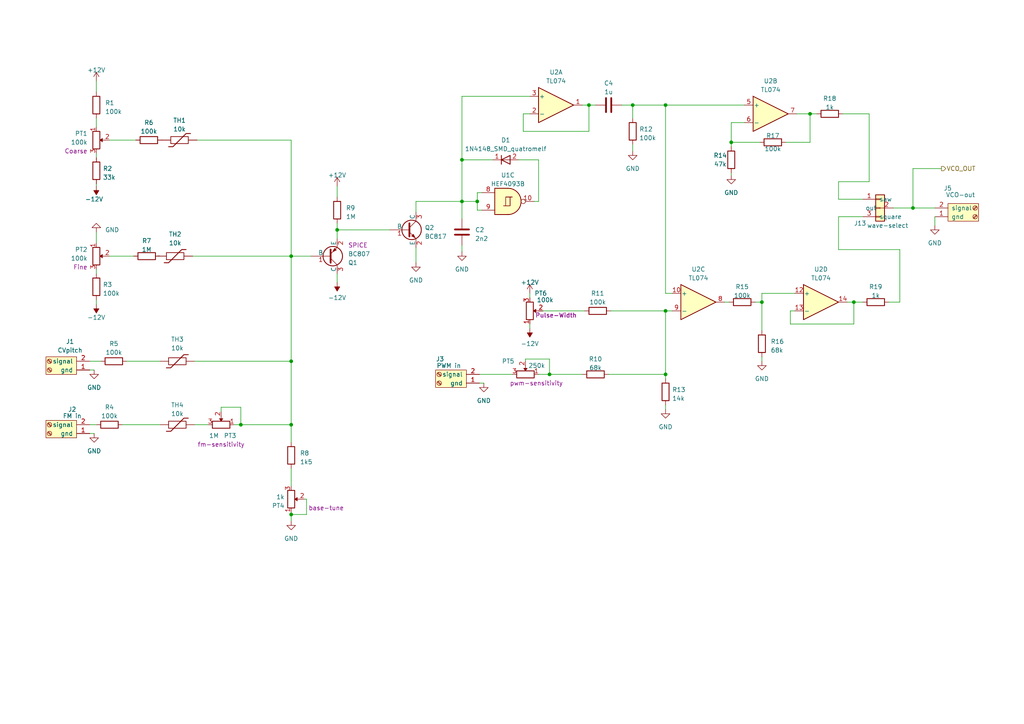
<source format=kicad_sch>
(kicad_sch (version 20230121) (generator eeschema)
  (paper "A4")
  (lib_symbols
    (symbol "000-op-amp-immo:TL074" (pin_names (offset 0.127))
      (property "Reference" "U" (at 0 5.08 0))
      (property "Value" "TL074" (at 0 -5.08 0))
      (symbol "TL074_1_1"
        (pin output line (at 7.62 0 180) (length 2.54) (name "~") (number "1"))
        (pin input line (at -7.62 -2.54 0) (length 2.54) (name "-") (number "2"))
        (pin input line (at -7.62 2.54 0) (length 2.54) (name "+") (number "3"))
      )
      (symbol "TL074_2_1"
        (pin input line (at -7.62 2.54 0) (length 2.54) (name "+") (number "5"))
        (pin input line (at -7.62 -2.54 0) (length 2.54) (name "-") (number "6"))
        (pin output line (at 7.62 0 180) (length 2.54) (name "~") (number "7"))
      )
      (symbol "TL074_3_1"
        (pin input line (at -7.62 2.54 0) (length 2.54) (name "+") (number "10"))
        (pin output line (at 7.62 0 180) (length 2.54) (name "~") (number "8"))
        (pin input line (at -7.62 -2.54 0) (length 2.54) (name "-") (number "9"))
      )
      (symbol "TL074_4_1"
        (pin input line (at -7.62 2.54 0) (length 2.54) (name "+") (number "12"))
        (pin input line (at -7.62 -2.54 0) (length 2.54) (name "-") (number "13"))
        (pin output line (at 7.62 0 180) (length 2.54) (name "~") (number "14"))
      )
      (symbol "TL074_5_1"
        (pin power_in line (at -2.54 -7.62 90) (length 3.81) (name "V-") (number "11"))
        (pin power_in line (at -2.54 7.62 270) (length 3.81) (name "V+") (number "4"))
      )
    )
    (symbol "000-screw-terminals-immo:synth-signal-header" (pin_names (offset 1.016))
      (property "Reference" "J" (at 0 2.54 0))
      (property "Value" "synth-signal-header" (at 0 -5.08 0))
      (symbol "synth-signal-header_1_1"
        (pin passive line (at -5.08 0 0) (length 3.81) (name "gnd") (number "1"))
        (pin passive line (at -5.08 -2.54 0) (length 3.81) (name "signal") (number "2"))
      )
    )
    (symbol "000-thermistor-immo:NTC-thermistor-10k-0805" (pin_numbers hide) (pin_names (offset 0))
      (property "Reference" "TH" (at 2.54 1.27 90))
      (property "Value" "NTC-thermistor-10k-0805" (at -2.54 0 90))
      (symbol "NTC-thermistor-10k-0805_1_1"
        (pin passive line (at 0 5.08 270) (length 2.54) (name "~") (number "1"))
        (pin passive line (at 0 -5.08 90) (length 2.54) (name "~") (number "2"))
      )
    )
    (symbol "000_Capacitor_Film_Immo:100n" (pin_numbers hide) (pin_names (offset 0.254))
      (property "Reference" "C" (at 0.635 2.54 0))
      (property "Value" "100n" (at 0.635 -2.54 0))
      (symbol "100n_1_1"
        (pin passive line (at 0 3.81 270) (length 2.794) (name "~") (number "1"))
        (pin passive line (at 0 -3.81 90) (length 2.794) (name "~") (number "2"))
      )
    )
    (symbol "000_Capacitor_Film_Immo:cap_film_0805" (pin_numbers hide) (pin_names (offset 0.254))
      (property "Reference" "C" (at 0.635 2.54 0))
      (property "Value" "cap_film_0805" (at 0.635 -2.54 0))
      (symbol "cap_film_0805_1_1"
        (pin passive line (at 0 3.81 270) (length 2.794) (name "~") (number "1"))
        (pin passive line (at 0 -3.81 90) (length 2.794) (name "~") (number "2"))
      )
    )
    (symbol "000_Diodes_Immo:1N4148_SMD_minimelf" (pin_names (offset 1.016) hide)
      (property "Reference" "D" (at 0 2.54 0))
      (property "Value" "1N4148_SMD_quatromelf" (at 0 -2.54 0))
      (symbol "1N4148_SMD_minimelf_1_1"
        (pin passive line (at -3.81 0 0) (length 2.54) (name "K") (number "1"))
        (pin passive line (at 3.81 0 180) (length 2.54) (name "A") (number "2"))
      )
    )
    (symbol "000_Logic_IC_Immo:MC14093B-quad-AND-schmitt-SMD" (pin_names (offset 1.016))
      (property "Reference" "U" (at -1.27 7.62 0))
      (property "Value" "MC14093B-quad-AND-schmitt-SMD" (at 15.24 5.08 0))
      (symbol "MC14093B-quad-AND-schmitt-SMD_1_1"
        (pin input line (at -7.62 2.54 0) (length 3.81) (name "~") (number "1"))
        (pin input line (at -7.62 -2.54 0) (length 3.81) (name "~") (number "2"))
        (pin output inverted (at 7.62 0 180) (length 3.81) (name "~") (number "3"))
      )
      (symbol "MC14093B-quad-AND-schmitt-SMD_1_2"
        (pin input inverted (at -7.62 2.54 0) (length 4.318) (name "~") (number "1"))
        (pin input inverted (at -7.62 -2.54 0) (length 4.318) (name "~") (number "2"))
        (pin output line (at 7.62 0 180) (length 3.81) (name "~") (number "3"))
      )
      (symbol "MC14093B-quad-AND-schmitt-SMD_2_1"
        (pin output inverted (at 7.62 0 180) (length 3.81) (name "~") (number "4"))
        (pin input line (at -7.62 2.54 0) (length 3.81) (name "~") (number "5"))
        (pin input line (at -7.62 -2.54 0) (length 3.81) (name "~") (number "6"))
      )
      (symbol "MC14093B-quad-AND-schmitt-SMD_2_2"
        (pin output line (at 7.62 0 180) (length 3.81) (name "~") (number "4"))
        (pin input inverted (at -7.62 2.54 0) (length 4.318) (name "~") (number "5"))
        (pin input inverted (at -7.62 -2.54 0) (length 4.318) (name "~") (number "6"))
      )
      (symbol "MC14093B-quad-AND-schmitt-SMD_3_1"
        (pin output inverted (at 7.62 0 180) (length 3.81) (name "~") (number "10"))
        (pin input line (at -7.62 2.54 0) (length 3.81) (name "~") (number "8"))
        (pin input line (at -7.62 -2.54 0) (length 3.81) (name "~") (number "9"))
      )
      (symbol "MC14093B-quad-AND-schmitt-SMD_3_2"
        (pin output line (at 7.62 0 180) (length 3.81) (name "~") (number "10"))
        (pin input inverted (at -7.62 2.54 0) (length 4.318) (name "~") (number "8"))
        (pin input inverted (at -7.62 -2.54 0) (length 4.318) (name "~") (number "9"))
      )
      (symbol "MC14093B-quad-AND-schmitt-SMD_4_1"
        (pin output inverted (at 7.62 0 180) (length 3.81) (name "~") (number "11"))
        (pin input line (at -7.62 2.54 0) (length 3.81) (name "~") (number "12"))
        (pin input line (at -7.62 -2.54 0) (length 3.81) (name "~") (number "13"))
      )
      (symbol "MC14093B-quad-AND-schmitt-SMD_4_2"
        (pin output line (at 7.62 0 180) (length 3.81) (name "~") (number "11"))
        (pin input inverted (at -7.62 2.54 0) (length 4.318) (name "~") (number "12"))
        (pin input inverted (at -7.62 -2.54 0) (length 4.318) (name "~") (number "13"))
      )
      (symbol "MC14093B-quad-AND-schmitt-SMD_5_0"
        (pin power_in line (at 0 12.7 270) (length 5.08) (name "VCC") (number "14"))
        (pin power_in line (at 0 -12.7 90) (length 5.08) (name "GND") (number "7"))
      )
    )
    (symbol "000_Pin_Headers_Immo:2-way-selection" (pin_names (offset 1.016))
      (property "Reference" "J" (at 0 5.08 0))
      (property "Value" "2-way-selection" (at 0 -5.08 0))
      (symbol "2-way-selection_1_1"
        (pin passive line (at -5.08 2.54 0) (length 3.81) (name "saw") (number "1"))
        (pin passive line (at 3.81 0 180) (length 3.81) (name "out") (number "2"))
        (pin passive line (at -5.08 -2.54 0) (length 3.81) (name "square") (number "3"))
      )
    )
    (symbol "000_Resistors_Immo:100k" (pin_numbers hide) (pin_names (offset 0))
      (property "Reference" "R?" (at -2.54 3.81 0))
      (property "Value" "100k" (at -5.08 2.54 0))
      (symbol "100k_1_1"
        (pin passive line (at -3.81 0 0) (length 1.27) (name "~") (number "1"))
        (pin passive line (at 3.81 0 180) (length 1.27) (name "~") (number "2"))
      )
    )
    (symbol "000_Resistors_Immo:50k_trimpot_MT" (pin_names (offset 1.016) hide)
      (property "Reference" "PT" (at 4.318 7.112 0))
      (property "Value" "50k_trimpot_MT" (at 9.652 5.08 0))
      (property "NAME" "Control" (at 6.35 3.048 0))
      (symbol "50k_trimpot_MT_1_1"
        (pin passive line (at 0 3.81 270) (length 1.27) (name "1") (number "1"))
        (pin passive line (at 3.81 0 180) (length 1.27) (name "2") (number "2"))
        (pin passive line (at 0 -3.81 90) (length 1.27) (name "3") (number "3"))
      )
    )
    (symbol "000_Resistors_Immo:Alpha Pot" (pin_names (offset 1.016) hide)
      (property "Reference" "PT" (at 4.318 7.112 0))
      (property "Value" "Alpha Pot" (at 9.652 5.08 0))
      (property "NAME" "Control" (at 6.35 3.048 0))
      (symbol "Alpha Pot_1_1"
        (pin passive line (at 0 3.81 270) (length 1.27) (name "1") (number "1"))
        (pin passive line (at 3.81 0 180) (length 1.27) (name "2") (number "2"))
        (pin passive line (at 0 -3.81 90) (length 1.27) (name "3") (number "3"))
      )
    )
    (symbol "000_Resistors_Immo:Resistor_0805" (pin_numbers hide) (pin_names (offset 0))
      (property "Reference" "R?" (at -2.54 3.81 0))
      (property "Value" "Resistor_0805" (at -5.08 2.54 0))
      (symbol "Resistor_0805_1_1"
        (pin passive line (at -3.81 0 0) (length 1.27) (name "~") (number "1"))
        (pin passive line (at 3.81 0 180) (length 1.27) (name "~") (number "2"))
      )
    )
    (symbol "000_Transistors_BJT_Immo:BC807" (pin_names (offset 0))
      (property "Reference" "Q" (at 5.08 2.54 0))
      (property "Value" "BC807" (at 5.08 0 0))
      (property "Sim.Device" "SPICE" (at 15.24 5.08 0))
      (symbol "BC807_1_1"
        (pin input line (at -5.08 0 0) (length 5.715) (name "B") (number "1"))
        (pin passive line (at 2.54 -5.08 90) (length 2.54) (name "E") (number "2"))
        (pin passive line (at 2.54 5.08 270) (length 2.54) (name "C") (number "3"))
      )
    )
    (symbol "000_Transistors_BJT_Immo:BC817" (pin_names (offset 0))
      (property "Reference" "Q2" (at 5.08 0.635 0))
      (property "Value" "BC817" (at 5.08 -1.905 0))
      (symbol "BC817_1_1"
        (pin input line (at -5.08 0 0) (length 5.715) (name "B") (number "1"))
        (pin passive line (at 2.54 -5.08 90) (length 2.54) (name "E") (number "2"))
        (pin passive line (at 2.54 5.08 270) (length 2.54) (name "C") (number "3"))
      )
    )
    (symbol "power:+12V" (power) (pin_names (offset 0))
      (property "Value" "+12V" (at 0 3.556 0))
      (symbol "+12V_1_1"
        (pin power_in line (at 0 0 90) (length 0) hide (name "+12V") (number "1"))
      )
    )
    (symbol "power:-12V" (power) (pin_names (offset 0))
      (property "Value" "-12V" (at 0 3.81 0))
      (symbol "-12V_0_0"
        (pin power_in line (at 0 0 90) (length 0) hide (name "-12V") (number "1"))
      )
    )
    (symbol "power:GND" (power) (pin_names (offset 0))
      (property "Value" "GND" (at 0 -3.81 0))
      (symbol "GND_1_1"
        (pin power_in line (at 0 0 270) (length 0) hide (name "GND") (number "1"))
      )
    )
  )
  (junction (at 193.04 108.585))
  (junction (at 247.65 87.63))
  (junction (at 133.985 58.42))
  (junction (at 84.455 74.295))
  (junction (at 133.985 46.355))
  (junction (at 97.79 66.675))
  (junction (at 193.04 90.17))
  (junction (at 84.455 123.19))
  (junction (at 193.04 30.48))
  (junction (at 84.455 149.225))
  (junction (at 170.815 30.48))
  (junction (at 159.385 108.585))
  (junction (at 234.95 33.02))
  (junction (at 138.43 58.42))
  (junction (at 212.09 41.275))
  (junction (at 69.85 123.19))
  (junction (at 84.455 104.775))
  (junction (at 264.795 60.325))
  (junction (at 220.98 87.63))
  (junction (at 183.515 30.48))
  (wire (pts (xy 229.235 93.98) (xy 247.65 93.98)))
  (wire (pts (xy 84.455 104.775) (xy 84.455 123.19)))
  (wire (pts (xy 156.21 108.585) (xy 159.385 108.585)))
  (wire (pts (xy 156.21 46.355) (xy 150.495 46.355)))
  (wire (pts (xy 120.65 58.42) (xy 133.985 58.42)))
  (wire (pts (xy 271.145 65.405) (xy 271.145 62.865)))
  (wire (pts (xy 46.355 74.295) (xy 45.72 74.295)))
  (wire (pts (xy 210.185 87.63) (xy 211.455 87.63)))
  (wire (pts (xy 31.75 40.64) (xy 39.37 40.64)))
  (wire (pts (xy 157.48 90.17) (xy 169.545 90.17)))
  (wire (pts (xy 170.815 30.48) (xy 172.72 30.48)))
  (wire (pts (xy 243.205 52.705) (xy 243.205 57.785)))
  (wire (pts (xy 153.67 95.25) (xy 153.67 93.98)))
  (wire (pts (xy 56.515 104.775) (xy 84.455 104.775)))
  (wire (pts (xy 193.04 85.09) (xy 194.945 85.09)))
  (wire (pts (xy 193.04 109.855) (xy 193.04 108.585)))
  (wire (pts (xy 212.09 35.56) (xy 212.09 41.275)))
  (wire (pts (xy 247.65 87.63) (xy 245.745 87.63)))
  (wire (pts (xy 153.67 33.02) (xy 151.765 33.02)))
  (wire (pts (xy 176.53 108.585) (xy 193.04 108.585)))
  (wire (pts (xy 97.79 66.675) (xy 97.79 69.215)))
  (wire (pts (xy 220.98 85.09) (xy 230.505 85.09)))
  (wire (pts (xy 27.94 79.375) (xy 27.94 78.105)))
  (wire (pts (xy 133.985 27.94) (xy 133.985 46.355)))
  (wire (pts (xy 273.05 48.895) (xy 264.795 48.895)))
  (wire (pts (xy 139.7 55.88) (xy 138.43 55.88)))
  (wire (pts (xy 69.85 118.11) (xy 69.85 123.19)))
  (wire (pts (xy 183.515 41.91) (xy 183.515 43.815)))
  (wire (pts (xy 229.235 90.17) (xy 229.235 93.98)))
  (wire (pts (xy 139.065 108.585) (xy 148.59 108.585)))
  (wire (pts (xy 231.14 33.02) (xy 234.95 33.02)))
  (wire (pts (xy 133.985 46.355) (xy 133.985 58.42)))
  (wire (pts (xy 260.985 87.63) (xy 260.985 72.39)))
  (wire (pts (xy 170.815 38.1) (xy 170.815 30.48)))
  (wire (pts (xy 212.09 50.165) (xy 212.09 50.8)))
  (wire (pts (xy 35.56 123.19) (xy 46.355 123.19)))
  (wire (pts (xy 27.94 88.265) (xy 27.94 86.995)))
  (wire (pts (xy 177.165 90.17) (xy 193.04 90.17)))
  (wire (pts (xy 243.205 57.785) (xy 250.19 57.785)))
  (wire (pts (xy 264.795 60.325) (xy 271.145 60.325)))
  (wire (pts (xy 27.94 67.31) (xy 27.94 70.485)))
  (wire (pts (xy 120.65 58.42) (xy 120.65 61.595)))
  (wire (pts (xy 247.65 93.98) (xy 247.65 87.63)))
  (wire (pts (xy 252.095 52.705) (xy 243.205 52.705)))
  (wire (pts (xy 139.7 60.96) (xy 138.43 60.96)))
  (wire (pts (xy 183.515 30.48) (xy 193.04 30.48)))
  (wire (pts (xy 193.04 90.17) (xy 194.945 90.17)))
  (wire (pts (xy 138.43 60.96) (xy 138.43 58.42)))
  (wire (pts (xy 84.455 74.295) (xy 90.17 74.295)))
  (wire (pts (xy 243.205 72.39) (xy 243.205 62.865)))
  (wire (pts (xy 234.95 33.02) (xy 234.95 41.275)))
  (wire (pts (xy 142.875 46.355) (xy 133.985 46.355)))
  (wire (pts (xy 220.98 87.63) (xy 220.98 95.885)))
  (wire (pts (xy 212.09 41.275) (xy 212.09 42.545)))
  (wire (pts (xy 27.94 45.72) (xy 27.94 44.45)))
  (wire (pts (xy 97.79 64.77) (xy 97.79 66.675)))
  (wire (pts (xy 84.455 149.225) (xy 84.455 151.13)))
  (wire (pts (xy 152.4 104.14) (xy 152.4 104.775)))
  (wire (pts (xy 234.95 41.275) (xy 227.965 41.275)))
  (wire (pts (xy 220.98 104.775) (xy 220.98 103.505)))
  (wire (pts (xy 27.305 107.315) (xy 26.035 107.315)))
  (wire (pts (xy 69.85 123.19) (xy 84.455 123.19)))
  (wire (pts (xy 151.765 33.02) (xy 151.765 38.1)))
  (wire (pts (xy 156.21 58.42) (xy 156.21 46.355)))
  (wire (pts (xy 244.475 33.02) (xy 252.095 33.02)))
  (wire (pts (xy 88.265 144.78) (xy 88.9 144.78)))
  (wire (pts (xy 193.04 108.585) (xy 193.04 90.17)))
  (wire (pts (xy 133.985 71.12) (xy 133.985 73.025)))
  (wire (pts (xy 67.945 123.19) (xy 69.85 123.19)))
  (wire (pts (xy 97.79 79.375) (xy 97.79 81.915)))
  (wire (pts (xy 55.88 74.295) (xy 84.455 74.295)))
  (wire (pts (xy 220.98 87.63) (xy 220.98 85.09)))
  (wire (pts (xy 84.455 148.59) (xy 84.455 149.225)))
  (wire (pts (xy 64.135 118.11) (xy 69.85 118.11)))
  (wire (pts (xy 159.385 108.585) (xy 159.385 104.14)))
  (wire (pts (xy 84.455 40.64) (xy 57.15 40.64)))
  (wire (pts (xy 133.985 58.42) (xy 138.43 58.42)))
  (wire (pts (xy 219.075 87.63) (xy 220.98 87.63)))
  (wire (pts (xy 88.9 144.78) (xy 88.9 149.225)))
  (wire (pts (xy 97.79 53.975) (xy 97.79 57.15)))
  (wire (pts (xy 133.985 27.94) (xy 153.67 27.94)))
  (wire (pts (xy 97.79 66.675) (xy 113.03 66.675)))
  (wire (pts (xy 84.455 135.89) (xy 84.455 140.97)))
  (wire (pts (xy 180.34 30.48) (xy 183.515 30.48)))
  (wire (pts (xy 27.94 34.29) (xy 27.94 36.83)))
  (wire (pts (xy 193.04 30.48) (xy 193.04 85.09)))
  (wire (pts (xy 36.83 104.775) (xy 46.355 104.775)))
  (wire (pts (xy 133.985 63.5) (xy 133.985 58.42)))
  (wire (pts (xy 120.65 76.2) (xy 120.65 71.755)))
  (wire (pts (xy 159.385 108.585) (xy 168.91 108.585)))
  (wire (pts (xy 193.04 118.745) (xy 193.04 117.475)))
  (wire (pts (xy 154.94 58.42) (xy 156.21 58.42)))
  (wire (pts (xy 193.04 30.48) (xy 215.9 30.48)))
  (wire (pts (xy 27.305 125.73) (xy 26.035 125.73)))
  (wire (pts (xy 234.95 33.02) (xy 236.855 33.02)))
  (wire (pts (xy 264.795 48.895) (xy 264.795 60.325)))
  (wire (pts (xy 26.035 123.19) (xy 27.94 123.19)))
  (wire (pts (xy 84.455 128.27) (xy 84.455 123.19)))
  (wire (pts (xy 252.095 33.02) (xy 252.095 52.705)))
  (wire (pts (xy 151.765 38.1) (xy 170.815 38.1)))
  (wire (pts (xy 88.9 149.225) (xy 84.455 149.225)))
  (wire (pts (xy 84.455 74.295) (xy 84.455 104.775)))
  (wire (pts (xy 159.385 104.14) (xy 152.4 104.14)))
  (wire (pts (xy 153.67 85.09) (xy 153.67 86.36)))
  (wire (pts (xy 259.08 60.325) (xy 264.795 60.325)))
  (wire (pts (xy 260.985 72.39) (xy 243.205 72.39)))
  (wire (pts (xy 84.455 40.64) (xy 84.455 74.295)))
  (wire (pts (xy 27.94 53.975) (xy 27.94 53.34)))
  (wire (pts (xy 212.09 41.275) (xy 220.345 41.275)))
  (wire (pts (xy 56.515 123.19) (xy 60.325 123.19)))
  (wire (pts (xy 140.335 111.125) (xy 139.065 111.125)))
  (wire (pts (xy 247.65 87.63) (xy 250.19 87.63)))
  (wire (pts (xy 257.81 87.63) (xy 260.985 87.63)))
  (wire (pts (xy 26.035 104.775) (xy 29.21 104.775)))
  (wire (pts (xy 230.505 90.17) (xy 229.235 90.17)))
  (wire (pts (xy 243.205 62.865) (xy 250.19 62.865)))
  (wire (pts (xy 138.43 55.88) (xy 138.43 58.42)))
  (wire (pts (xy 215.9 35.56) (xy 212.09 35.56)))
  (wire (pts (xy 183.515 30.48) (xy 183.515 34.29)))
  (wire (pts (xy 64.135 119.38) (xy 64.135 118.11)))
  (wire (pts (xy 170.815 30.48) (xy 168.91 30.48)))
  (wire (pts (xy 31.75 74.295) (xy 38.735 74.295)))
  (wire (pts (xy 27.94 23.495) (xy 27.94 26.67)))
  (hierarchical_label "VCO_OUT" (shape output) (at 273.05 48.895 0))
  (symbol (lib_id "000_Resistors_Immo:Resistor_0805") (at 220.98 99.695 90) (unit 1)
    (property "Reference" "R16" (at 223.52 99.06 90) (effects (justify right)))
    (property "Value" "68k" (at 223.52 101.6 90) (effects (justify right)))
    (property "Footprint" "Resistor_SMD:R_0805_2012Metric_Pad1.20x1.40mm_HandSolder" (effects hide))
    (instances (project "noise-synth-card" (path "" (reference "R16") (unit 1)) (path "" (reference "R16") (unit 1)) (path "" (reference "R35") (unit 1))))
  )
  (symbol (lib_id "000_Resistors_Immo:100k") (at 183.515 38.1 90) (unit 1)
    (property "Reference" "R12" (at 185.42 37.465 90) (effects (justify right)))
    (property "Value" "100k" (at 185.42 40.005 90) (effects (justify right)))
    (property "Footprint" "Resistor_SMD:R_0805_2012Metric_Pad1.20x1.40mm_HandSolder" (effects hide))
    (property "JLCpart" "C280020" (effects hide))
    (property "Cost" "0.0027" (effects hide))
    (instances (project "noise-synth-card" (path "" (reference "R12") (unit 1)) (path "" (reference "R12") (unit 1)) (path "" (reference "R31") (unit 1))))
  )
  (symbol (lib_id "power:-12V") (at 153.67 95.25 180) (unit 1)
    (property "Reference" "#PWR019" (effects hide))
    (property "Value" "-12V" (at 153.67 99.695 0))
    (instances (project "noise-synth-card" (path "" (reference "#PWR019") (unit 1)) (path "" (reference "#PWR019") (unit 1)) (path "" (reference "#PWR042") (unit 1))))
  )
  (symbol (lib_id "power:GND") (at 120.65 76.2 0) (unit 1)
    (property "Reference" "#PWR013" (effects hide))
    (property "Value" "GND" (at 120.65 81.28 0))
    (instances (project "noise-synth-card" (path "" (reference "#PWR013") (unit 1)) (path "" (reference "#PWR013") (unit 1)) (path "" (reference "#PWR038") (unit 1))))
  )
  (symbol (lib_id "000-op-amp-immo:TL074") (at 223.52 33.02 0) (unit 2)
    (property "Reference" "U2" (at 223.52 23.495 0))
    (property "Value" "TL074" (at 223.52 26.035 0))
    (property "Footprint" "Package_SO:SOIC-14_3.9x8.7mm_P1.27mm" (effects hide))
    (property "Datasheet" "http://www.ti.com/lit/ds/symlink/tl071.pdf" (effects hide))
    (property "RSpart" "661-0076" (effects hide))
    (property "supplier" "https://uk.rs-online.com/web/p/op-amps/6610076?gb=s" (effects hide))
    (property "cost" "£0.426" (effects hide))
    (instances (project "noise-synth-card" (path "" (reference "U2") (unit 2)) (path "" (reference "U2") (unit 2)) (path "" (reference "U3") (unit 2))))
  )
  (symbol (lib_id "000_Pin_Headers_Immo:2-way-selection") (at 255.27 60.325 0) (unit 1)
    (property "Reference" "J13" (at 247.65 64.77 0) (effects (justify left)))
    (property "Value" "wave-select" (at 251.46 65.405 0) (effects (justify left)))
    (property "Footprint" "000_Pin_Headers_Immo:2-way-select" (effects hide))
    (instances (project "noise-synth-card" (path "" (reference "J13") (unit 1)) (path "" (reference "J6") (unit 1))))
  )
  (symbol (lib_id "000_Resistors_Immo:100k") (at 31.75 123.19 0) (unit 1)
    (property "Reference" "R4" (at 31.75 118.11 0))
    (property "Value" "100k" (at 31.75 120.65 0))
    (property "Footprint" "Resistor_SMD:R_0805_2012Metric_Pad1.20x1.40mm_HandSolder" (effects hide))
    (property "JLCpart" "C280020" (effects hide))
    (property "Cost" "0.0027" (effects hide))
    (instances (project "noise-synth-card" (path "" (reference "R4") (unit 1)) (path "" (reference "R4") (unit 1)) (path "" (reference "R23") (unit 1))))
  )
  (symbol (lib_id "power:GND") (at 220.98 104.775 0) (unit 1)
    (property "Reference" "#PWR026" (effects hide))
    (property "Value" "GND" (at 220.98 109.855 0))
    (instances (project "noise-synth-card" (path "" (reference "#PWR026") (unit 1)) (path "" (reference "#PWR026") (unit 1)) (path "" (reference "#PWR046") (unit 1))))
  )
  (symbol (lib_id "000_Resistors_Immo:Resistor_0805") (at 254 87.63 0) (unit 1)
    (property "Reference" "R19" (at 254 83.185 0))
    (property "Value" "1k" (at 254 85.725 0))
    (property "Footprint" "Resistor_SMD:R_0805_2012Metric_Pad1.20x1.40mm_HandSolder" (effects hide))
    (instances (project "noise-synth-card" (path "" (reference "R19") (unit 1)) (path "" (reference "R19") (unit 1)) (path "" (reference "R38") (unit 1))))
  )
  (symbol (lib_id "000_Diodes_Immo:1N4148_SMD_minimelf") (at 146.685 46.355 0) (unit 1)
    (property "Reference" "D1" (at 146.685 40.64 0))
    (property "Value" "1N4148_SMD_quatromelf" (at 146.685 43.18 0))
    (property "Footprint" "000_Diodes_Immo:D_MiniMELF_kawaii" (effects hide))
    (property "Datasheet" "https://assets.nexperia.com/documents/data-sheet/1N4148_1N4448.pdf" (effects hide))
    (property "RSpart" "443-3690" (effects hide))
    (property "supplier" "https://uk.rs-online.com/web/p/switching-diodes/4433690?gb=b" (effects hide))
    (property "cost" "0.058" (effects hide))
    (instances (project "noise-synth-card" (path "" (reference "D1") (unit 1)) (path "" (reference "D1") (unit 1)) (path "" (reference "D2") (unit 1))))
  )
  (symbol (lib_id "000_Resistors_Immo:Resistor_0805") (at 240.665 33.02 0) (unit 1)
    (property "Reference" "R18" (at 240.665 28.575 0))
    (property "Value" "1k" (at 240.665 31.115 0))
    (property "Footprint" "Resistor_SMD:R_0805_2012Metric_Pad1.20x1.40mm_HandSolder" (effects hide))
    (instances (project "noise-synth-card" (path "" (reference "R18") (unit 1)) (path "" (reference "R18") (unit 1)) (path "" (reference "R37") (unit 1))))
  )
  (symbol (lib_id "000_Resistors_Immo:50k_trimpot_MT") (at 64.135 123.19 270) (mirror x) (unit 1)
    (property "Reference" "PT3" (at 68.58 126.365 90) (effects (justify right)))
    (property "Value" "1M" (at 63.5 126.365 90) (effects (justify right)))
    (property "Footprint" "000_Resistors_Immo:Potentiometer_Bourns-reversable-1" (effects hide))
    (property "NAME" "fm-sensitivity" (at 64.135 128.905 90))
    (property "JLCpart" "C118911" (effects hide))
    (property "cost" "0.147" (effects hide))
    (instances (project "noise-synth-card" (path "" (reference "PT3") (unit 1)) (path "" (reference "PT3") (unit 1)) (path "" (reference "PT9") (unit 1))))
  )
  (symbol (lib_id "power:GND") (at 271.145 65.405 0) (unit 1)
    (property "Reference" "#PWR028" (effects hide))
    (property "Value" "GND" (at 271.145 70.485 0))
    (instances (project "noise-synth-card" (path "" (reference "#PWR028") (unit 1)) (path "" (reference "#PWR027") (unit 1)) (path "" (reference "#PWR028") (unit 1))))
  )
  (symbol (lib_id "power:GND") (at 27.305 107.315 0) (unit 1)
    (property "Reference" "#PWR02" (effects hide))
    (property "Value" "GND" (at 27.305 112.395 0))
    (instances (project "noise-synth-card" (path "" (reference "#PWR02") (unit 1)) (path "" (reference "#PWR02") (unit 1)) (path "" (reference "#PWR029") (unit 1))))
  )
  (symbol (lib_id "power:GND") (at 140.335 111.125 0) (unit 1)
    (property "Reference" "#PWR015" (effects hide))
    (property "Value" "GND" (at 140.335 116.205 0))
    (instances (project "noise-synth-card" (path "" (reference "#PWR015") (unit 1)) (path "" (reference "#PWR015") (unit 1)) (path "" (reference "#PWR040") (unit 1))))
  )
  (symbol (lib_id "power:GND") (at 27.94 67.31 180) (unit 1)
    (property "Reference" "#PWR06" (effects hide))
    (property "Value" "GND" (at 30.48 66.675 0) (effects (justify right)))
    (instances (project "noise-synth-card" (path "" (reference "#PWR06") (unit 1)) (path "" (reference "#PWR06") (unit 1)) (path "" (reference "#PWR033") (unit 1))))
  )
  (symbol (lib_id "000-thermistor-immo:NTC-thermistor-10k-0805") (at 50.8 74.295 90) (unit 1)
    (property "Reference" "TH2" (at 50.8 67.945 90))
    (property "Value" "10k" (at 50.8 70.485 90))
    (property "Footprint" "000_Resistors_Immo:Resistor_0805_2012_handsolder" (effects hide))
    (property "RSpart" "202-5368" (effects hide))
    (property "supplier" "https://uk.rs-online.com/web/p/thermistor-ics/2025368?gb=s" (effects hide))
    (property "cost" "£0.149" (effects hide))
    (instances (project "noise-synth-card" (path "" (reference "TH2") (unit 1)) (path "" (reference "TH1") (unit 1)) (path "" (reference "TH5") (unit 1))))
  )
  (symbol (lib_id "000_Resistors_Immo:Resistor_0805") (at 97.79 60.96 90) (unit 1)
    (property "Reference" "R9" (at 100.33 60.325 90) (effects (justify right)))
    (property "Value" "1M" (at 100.33 62.865 90) (effects (justify right)))
    (property "Footprint" "Resistor_SMD:R_0805_2012Metric_Pad1.20x1.40mm_HandSolder" (effects hide))
    (instances (project "noise-synth-card" (path "" (reference "R9") (unit 1)) (path "" (reference "R9") (unit 1)) (path "" (reference "R28") (unit 1))))
  )
  (symbol (lib_id "000-thermistor-immo:NTC-thermistor-10k-0805") (at 51.435 104.775 90) (unit 1)
    (property "Reference" "TH3" (at 51.435 98.425 90))
    (property "Value" "10k" (at 51.435 100.965 90))
    (property "Footprint" "000_Resistors_Immo:Resistor_0805_2012_handsolder" (effects hide))
    (property "RSpart" "202-5368" (effects hide))
    (property "supplier" "https://uk.rs-online.com/web/p/thermistor-ics/2025368?gb=s" (effects hide))
    (property "cost" "£0.149" (effects hide))
    (instances (project "noise-synth-card" (path "" (reference "TH3") (unit 1)) (path "" (reference "TH2") (unit 1)) (path "" (reference "TH6") (unit 1))))
  )
  (symbol (lib_id "power:GND") (at 212.09 50.8 0) (unit 1)
    (property "Reference" "#PWR025" (effects hide))
    (property "Value" "GND" (at 212.09 55.88 0))
    (instances (project "noise-synth-card" (path "" (reference "#PWR025") (unit 1)) (path "" (reference "#PWR025") (unit 1)) (path "" (reference "#PWR045") (unit 1))))
  )
  (symbol (lib_id "000_Logic_IC_Immo:MC14093B-quad-AND-schmitt-SMD") (at 147.32 58.42 0) (unit 3)
    (property "Reference" "U1" (at 147.3117 50.8 0))
    (property "Value" "HEF4093B" (at 147.3117 53.34 0))
    (property "Footprint" "Package_SO:SOIC-14_3.9x8.7mm_P1.27mm" (effects hide))
    (property "Datasheet" "https://assets.nexperia.com/documents/data-sheet/HEF4093B.pdf" (effects hide))
    (property "RSpart" "  518-9192" (effects hide))
    (property "supplier" "https://uk.rs-online.com/web/p/logic-gates/5189192?gb=s" (effects hide))
    (property "cost" "£0.50" (effects hide))
    (instances (project "noise-synth-card" (path "" (reference "U1") (unit 3)) (path "" (reference "U1") (unit 3)) (path "" (reference "U1") (unit 1))))
  )
  (symbol (lib_id "power:-12V") (at 97.79 81.915 180) (unit 1)
    (property "Reference" "#PWR010" (effects hide))
    (property "Value" "-12V" (at 97.79 86.36 0))
    (instances (project "noise-synth-card" (path "" (reference "#PWR010") (unit 1)) (path "" (reference "#PWR010") (unit 1)) (path "" (reference "#PWR037") (unit 1))))
  )
  (symbol (lib_id "000-op-amp-immo:TL074") (at 161.29 30.48 0) (unit 1)
    (property "Reference" "U2" (at 161.29 20.955 0))
    (property "Value" "TL074" (at 161.29 23.495 0))
    (property "Footprint" "Package_SO:SOIC-14_3.9x8.7mm_P1.27mm" (effects hide))
    (property "Datasheet" "http://www.ti.com/lit/ds/symlink/tl071.pdf" (effects hide))
    (property "RSpart" "661-0076" (effects hide))
    (property "supplier" "https://uk.rs-online.com/web/p/op-amps/6610076?gb=s" (effects hide))
    (property "cost" "£0.426" (effects hide))
    (instances (project "noise-synth-card" (path "" (reference "U2") (unit 1)) (path "" (reference "U2") (unit 1)) (path "" (reference "U3") (unit 1))))
  )
  (symbol (lib_id "000-screw-terminals-immo:synth-signal-header") (at 20.955 107.315 180) (unit 1)
    (property "Reference" "J1" (at 20.32 99.06 0))
    (property "Value" "CVpitch" (at 20.32 101.6 0))
    (property "Footprint" "000-screw-terminals-immo:synth-signal-MPT-0,5-2-2.54_1x02_P2.54mm_Horizontal" (effects hide))
    (property "PIN1" "PIN1" (effects hide))
    (property "PIN2" "PIN2" (effects hide))
    (instances (project "noise-synth-card" (path "" (reference "J1") (unit 1)) (path "" (reference "J1") (unit 1)) (path "" (reference "J7") (unit 1))))
  )
  (symbol (lib_id "power:GND") (at 183.515 43.815 0) (unit 1)
    (property "Reference" "#PWR020" (effects hide))
    (property "Value" "GND" (at 183.515 48.895 0))
    (instances (project "noise-synth-card" (path "" (reference "#PWR020") (unit 1)) (path "" (reference "#PWR020") (unit 1)) (path "" (reference "#PWR043") (unit 1))))
  )
  (symbol (lib_id "000_Resistors_Immo:100k") (at 224.155 41.275 180) (unit 1)
    (property "Reference" "R17" (at 224.155 39.37 0))
    (property "Value" "100k" (at 224.155 43.18 0))
    (property "Footprint" "Resistor_SMD:R_0805_2012Metric_Pad1.20x1.40mm_HandSolder" (effects hide))
    (property "JLCpart" "C280020" (effects hide))
    (property "Cost" "0.0027" (effects hide))
    (instances (project "noise-synth-card" (path "" (reference "R17") (unit 1)) (path "" (reference "R17") (unit 1)) (path "" (reference "R36") (unit 1))))
  )
  (symbol (lib_id "000-screw-terminals-immo:synth-signal-header") (at 276.225 62.865 0) (mirror x) (unit 1)
    (property "Reference" "J5" (at 273.685 54.61 0) (effects (justify left)))
    (property "Value" "VCO-out" (at 274.32 56.515 0) (effects (justify left)))
    (property "Footprint" "000-screw-terminals-immo:synth-signal-MPT-0,5-2-2.54_1x02_P2.54mm_Horizontal" (effects hide))
    (property "PIN1" "PIN1" (effects hide))
    (property "PIN2" "PIN2" (effects hide))
    (instances (project "noise-synth-card" (path "" (reference "J5") (unit 1)) (path "" (reference "J5") (unit 1)) (path "" (reference "J10") (unit 1))))
  )
  (symbol (lib_id "power:-12V") (at 27.94 88.265 180) (unit 1)
    (property "Reference" "#PWR07" (effects hide))
    (property "Value" "-12V" (at 27.94 92.075 0))
    (instances (project "noise-synth-card" (path "" (reference "#PWR07") (unit 1)) (path "" (reference "#PWR07") (unit 1)) (path "" (reference "#PWR034") (unit 1))))
  )
  (symbol (lib_id "power:GND") (at 193.04 118.745 0) (unit 1)
    (property "Reference" "#PWR021" (effects hide))
    (property "Value" "GND" (at 193.04 123.825 0))
    (instances (project "noise-synth-card" (path "" (reference "#PWR021") (unit 1)) (path "" (reference "#PWR021") (unit 1)) (path "" (reference "#PWR044") (unit 1))))
  )
  (symbol (lib_id "000_Capacitor_Film_Immo:100n") (at 133.985 67.31 0) (unit 1)
    (property "Reference" "C2" (at 137.795 66.675 0) (effects (justify left)))
    (property "Value" "2n2" (at 137.795 69.215 0) (effects (justify left)))
    (property "Footprint" "000_Capacitors_Immo:C_0805_2012_HandSolder_kawaii" (effects hide))
    (property "JLCpart" "C779975" (effects hide))
    (property "Cost" "0.02" (effects hide))
    (instances (project "noise-synth-card" (path "" (reference "C2") (unit 1)) (path "" (reference "C2") (unit 1)) (path "" (reference "C5") (unit 1))))
  )
  (symbol (lib_id "000_Resistors_Immo:100k") (at 33.02 104.775 0) (unit 1)
    (property "Reference" "R5" (at 33.02 99.695 0))
    (property "Value" "100k" (at 33.02 102.235 0))
    (property "Footprint" "Resistor_SMD:R_0805_2012Metric_Pad1.20x1.40mm_HandSolder" (effects hide))
    (property "JLCpart" "C280020" (effects hide))
    (property "Cost" "0.0027" (effects hide))
    (instances (project "noise-synth-card" (path "" (reference "R5") (unit 1)) (path "" (reference "R5") (unit 1)) (path "" (reference "R24") (unit 1))))
  )
  (symbol (lib_id "000_Resistors_Immo:100k") (at 173.355 90.17 0) (unit 1)
    (property "Reference" "R11" (at 173.355 85.09 0))
    (property "Value" "100k" (at 173.355 87.63 0))
    (property "Footprint" "Resistor_SMD:R_0805_2012Metric_Pad1.20x1.40mm_HandSolder" (effects hide))
    (property "JLCpart" "C280020" (effects hide))
    (property "Cost" "0.0027" (effects hide))
    (instances (project "noise-synth-card" (path "" (reference "R11") (unit 1)) (path "" (reference "R11") (unit 1)) (path "" (reference "R30") (unit 1))))
  )
  (symbol (lib_id "power:+12V") (at 153.67 85.09 0) (unit 1)
    (property "Reference" "#PWR018" (effects hide))
    (property "Value" "+12V" (at 153.67 81.915 0))
    (instances (project "noise-synth-card" (path "" (reference "#PWR018") (unit 1)) (path "" (reference "#PWR018") (unit 1)) (path "" (reference "#PWR041") (unit 1))))
  )
  (symbol (lib_id "power:GND") (at 84.455 151.13 0) (unit 1)
    (property "Reference" "#PWR08" (effects hide))
    (property "Value" "GND" (at 84.455 156.21 0))
    (instances (project "noise-synth-card" (path "" (reference "#PWR08") (unit 1)) (path "" (reference "#PWR08") (unit 1)) (path "" (reference "#PWR035") (unit 1))))
  )
  (symbol (lib_id "000-thermistor-immo:NTC-thermistor-10k-0805") (at 51.435 123.19 90) (unit 1)
    (property "Reference" "TH4" (at 51.435 117.475 90))
    (property "Value" "10k" (at 51.435 120.015 90))
    (property "Footprint" "000_Resistors_Immo:Resistor_0805_2012_handsolder" (effects hide))
    (property "RSpart" "202-5368" (effects hide))
    (property "supplier" "https://uk.rs-online.com/web/p/thermistor-ics/2025368?gb=s" (effects hide))
    (property "cost" "£0.149" (effects hide))
    (instances (project "noise-synth-card" (path "" (reference "TH4") (unit 1)) (path "" (reference "TH3") (unit 1)) (path "" (reference "TH7") (unit 1))))
  )
  (symbol (lib_id "000_Resistors_Immo:50k_trimpot_MT") (at 152.4 108.585 270) (mirror x) (unit 1)
    (property "Reference" "PT5" (at 149.225 104.775 90) (effects (justify right)))
    (property "Value" "250k" (at 158.115 106.045 90) (effects (justify right)))
    (property "Footprint" "000_Resistors_Immo:Potentiometer_Bourns-reversable-1" (effects hide))
    (property "NAME" "pwm-sensitivity" (at 155.575 111.125 90))
    (property "JLCpart" "C118911" (effects hide))
    (property "cost" "0.147" (effects hide))
    (instances (project "noise-synth-card" (path "" (reference "PT5") (unit 1)) (path "" (reference "PT5") (unit 1)) (path "" (reference "PT11") (unit 1))))
  )
  (symbol (lib_id "000-screw-terminals-immo:synth-signal-header") (at 133.985 111.125 180) (unit 1)
    (property "Reference" "J3" (at 127.635 104.14 0))
    (property "Value" "PWM in" (at 130.175 106.045 0))
    (property "Footprint" "000-screw-terminals-immo:synth-signal-MPT-0,5-2-2.54_1x02_P2.54mm_Horizontal" (effects hide))
    (property "PIN1" "PIN1" (effects hide))
    (property "PIN2" "PIN2" (effects hide))
    (instances (project "noise-synth-card" (path "" (reference "J3") (unit 1)) (path "" (reference "J3") (unit 1)) (path "" (reference "J9") (unit 1))))
  )
  (symbol (lib_id "000_Resistors_Immo:Resistor_0805") (at 84.455 132.08 90) (unit 1)
    (property "Reference" "R8" (at 86.995 131.445 90) (effects (justify right)))
    (property "Value" "1k5" (at 86.995 133.985 90) (effects (justify right)))
    (property "Footprint" "Resistor_SMD:R_0805_2012Metric_Pad1.20x1.40mm_HandSolder" (effects hide))
    (instances (project "noise-synth-card" (path "" (reference "R8") (unit 1)) (path "" (reference "R8") (unit 1)) (path "" (reference "R27") (unit 1))))
  )
  (symbol (lib_id "000_Capacitor_Film_Immo:cap_film_0805") (at 176.53 30.48 90) (unit 1)
    (property "Reference" "C4" (at 176.53 24.13 90))
    (property "Value" "1u" (at 176.53 26.67 90))
    (property "Footprint" "Capacitor_SMD:C_0805_2012Metric_Pad1.18x1.45mm_HandSolder" (effects hide))
    (instances (project "noise-synth-card" (path "" (reference "C4") (unit 1)) (path "" (reference "C4") (unit 1)) (path "" (reference "C6") (unit 1))))
  )
  (symbol (lib_id "000-op-amp-immo:TL074") (at 202.565 87.63 0) (unit 3)
    (property "Reference" "U2" (at 202.565 78.105 0))
    (property "Value" "TL074" (at 202.565 80.645 0))
    (property "Footprint" "Package_SO:SOIC-14_3.9x8.7mm_P1.27mm" (effects hide))
    (property "Datasheet" "http://www.ti.com/lit/ds/symlink/tl071.pdf" (effects hide))
    (property "RSpart" "661-0076" (effects hide))
    (property "supplier" "https://uk.rs-online.com/web/p/op-amps/6610076?gb=s" (effects hide))
    (property "cost" "£0.426" (effects hide))
    (instances (project "noise-synth-card" (path "" (reference "U2") (unit 3)) (path "" (reference "U2") (unit 3)) (path "" (reference "U3") (unit 3))))
  )
  (symbol (lib_id "power:GND") (at 27.305 125.73 0) (unit 1)
    (property "Reference" "#PWR03" (effects hide))
    (property "Value" "GND" (at 27.305 130.81 0))
    (instances (project "noise-synth-card" (path "" (reference "#PWR03") (unit 1)) (path "" (reference "#PWR03") (unit 1)) (path "" (reference "#PWR030") (unit 1))))
  )
  (symbol (lib_id "000_Resistors_Immo:100k") (at 215.265 87.63 180) (unit 1)
    (property "Reference" "R15" (at 215.265 83.185 0))
    (property "Value" "100k" (at 215.265 85.725 0))
    (property "Footprint" "Resistor_SMD:R_0805_2012Metric_Pad1.20x1.40mm_HandSolder" (effects hide))
    (property "JLCpart" "C280020" (effects hide))
    (property "Cost" "0.0027" (effects hide))
    (instances (project "noise-synth-card" (path "" (reference "R15") (unit 1)) (path "" (reference "R15") (unit 1)) (path "" (reference "R34") (unit 1))))
  )
  (symbol (lib_id "000_Resistors_Immo:50k_trimpot_MT") (at 84.455 144.78 0) (mirror x) (unit 1)
    (property "Reference" "PT4" (at 82.55 146.685 0) (effects (justify right)))
    (property "Value" "1k" (at 82.55 144.145 0) (effects (justify right)))
    (property "Footprint" "000_Resistors_Immo:Potentiometer_Bourns-reversable-1" (effects hide))
    (property "NAME" "base-tune" (at 94.615 147.32 0))
    (property "JLCpart" "C118911" (effects hide))
    (property "cost" "0.147" (effects hide))
    (instances (project "noise-synth-card" (path "" (reference "PT4") (unit 1)) (path "" (reference "PT4") (unit 1)) (path "" (reference "PT10") (unit 1))))
  )
  (symbol (lib_id "000_Resistors_Immo:Resistor_0805") (at 172.72 108.585 0) (unit 1)
    (property "Reference" "R10" (at 172.72 104.14 0))
    (property "Value" "68k" (at 172.72 106.68 0))
    (property "Footprint" "Resistor_SMD:R_0805_2012Metric_Pad1.20x1.40mm_HandSolder" (effects hide))
    (instances (project "noise-synth-card" (path "" (reference "R10") (unit 1)) (path "" (reference "R10") (unit 1)) (path "" (reference "R29") (unit 1))))
  )
  (symbol (lib_id "000_Resistors_Immo:100k") (at 43.18 40.64 0) (unit 1)
    (property "Reference" "R6" (at 43.18 35.56 0))
    (property "Value" "100k" (at 43.18 38.1 0))
    (property "Footprint" "Resistor_SMD:R_0805_2012Metric_Pad1.20x1.40mm_HandSolder" (effects hide))
    (property "JLCpart" "C280020" (effects hide))
    (property "Cost" "0.0027" (effects hide))
    (instances (project "noise-synth-card" (path "" (reference "R6") (unit 1)) (path "" (reference "R7") (unit 1)) (path "" (reference "R26") (unit 1))))
  )
  (symbol (lib_id "000-thermistor-immo:NTC-thermistor-10k-0805") (at 52.07 40.64 90) (unit 1)
    (property "Reference" "TH1" (at 52.07 34.925 90))
    (property "Value" "10k" (at 52.07 37.465 90))
    (property "Footprint" "000_Resistors_Immo:Resistor_0805_2012_handsolder" (effects hide))
    (property "RSpart" "202-5368" (effects hide))
    (property "supplier" "https://uk.rs-online.com/web/p/thermistor-ics/2025368?gb=s" (effects hide))
    (property "cost" "£0.149" (effects hide))
    (instances (project "noise-synth-card" (path "" (reference "TH1") (unit 1)) (path "" (reference "TH4") (unit 1)) (path "" (reference "TH8") (unit 1))))
  )
  (symbol (lib_id "power:GND") (at 133.985 73.025 0) (unit 1)
    (property "Reference" "#PWR014" (effects hide))
    (property "Value" "GND" (at 133.985 78.105 0))
    (instances (project "noise-synth-card" (path "" (reference "#PWR014") (unit 1)) (path "" (reference "#PWR014") (unit 1)) (path "" (reference "#PWR039") (unit 1))))
  )
  (symbol (lib_id "power:+12V") (at 27.94 23.495 0) (unit 1)
    (property "Reference" "#PWR04" (effects hide))
    (property "Value" "+12V" (at 27.94 20.32 0))
    (instances (project "noise-synth-card" (path "" (reference "#PWR04") (unit 1)) (path "" (reference "#PWR04") (unit 1)) (path "" (reference "#PWR031") (unit 1))))
  )
  (symbol (lib_id "000_Resistors_Immo:Alpha Pot") (at 27.94 74.295 0) (unit 1)
    (property "Reference" "PT2" (at 25.4 72.39 0) (effects (justify right)))
    (property "Value" "100k" (at 25.4 74.93 0) (effects (justify right)))
    (property "Footprint" "000_Resistors_Immo:Potentiometer_Alpha-reversable" (effects hide))
    (property "NAME" "Fine" (at 25.4 77.47 0) (effects (justify right)))
    (instances (project "noise-synth-card" (path "" (reference "PT2") (unit 1)) (path "" (reference "PT2") (unit 1)) (path "" (reference "PT8") (unit 1))))
  )
  (symbol (lib_id "000_Resistors_Immo:Alpha Pot") (at 27.94 40.64 0) (unit 1)
    (property "Reference" "PT1" (at 25.4 38.735 0) (effects (justify right)))
    (property "Value" "100k" (at 25.4 41.275 0) (effects (justify right)))
    (property "Footprint" "000_Resistors_Immo:Potentiometer_Alpha-reversable" (effects hide))
    (property "NAME" "Coarse" (at 25.4 43.815 0) (effects (justify right)))
    (instances (project "noise-synth-card" (path "" (reference "PT1") (unit 1)) (path "" (reference "PT1") (unit 1)) (path "" (reference "PT7") (unit 1))))
  )
  (symbol (lib_id "000_Transistors_BJT_Immo:BC817") (at 118.11 66.675 0) (unit 1)
    (property "Reference" "Q2" (at 123.19 66.04 0) (effects (justify left)))
    (property "Value" "BC817" (at 123.19 68.58 0) (effects (justify left)))
    (property "Footprint" "Package_TO_SOT_SMD:SOT-23" (effects hide))
    (property "Datasheet" "https://www.onsemi.com/pub/Collateral/BC818-D.pdf" (effects hide))
    (property "Sim.Pins" "1=1 2=2 3=3" (effects hide))
    (property "Sim.Device" "SPICE" (effects hide))
    (property "Sim.Params" "type=\"Q\" model=\"BC817\" lib=\"spice-models\\BC817.lib\"" (effects hide))
    (property "JLCpart" "C2137" (effects hide))
    (property "Cost" "£0.082" (effects hide))
    (property "RSpart" "436-7919" (effects hide))
    (property "supplier" "https://uk.rs-online.com/web/p/bipolar-transistors/4367919?gb=s" (effects hide))
    (instances (project "noise-synth-card" (path "" (reference "Q2") (unit 1)) (path "" (reference "Q2") (unit 1)) (path "" (reference "Q4") (unit 1))))
  )
  (symbol (lib_id "000_Transistors_BJT_Immo:BC807") (at 95.25 74.295 0) (mirror x) (unit 1)
    (property "Reference" "Q1" (at 100.965 76.2 0) (effects (justify left)))
    (property "Value" "BC807" (at 100.965 73.66 0) (effects (justify left)))
    (property "Footprint" "Package_TO_SOT_SMD:SOT-23" (effects hide))
    (property "Datasheet" "https://www.onsemi.com/pub/Collateral/BC808-D.pdf" (effects hide))
    (property "Sim.Pins" "1=1 2=2 3=3" (effects hide))
    (property "Sim.Device" "SPICE" (at 100.965 71.12 0) (effects (justify left)))
    (property "Sim.Params" "type=\"X\" model=\"BC807\" lib=\"spice-models\\BC807.lib\"" (effects hide))
    (property "RSpart" "690-0072" (effects hide))
    (property "supplier" "https://uk.rs-online.com/web/p/bipolar-transistors/6900072?gb=s" (effects hide))
    (property "cost" "£0.153" (effects hide))
    (instances (project "noise-synth-card" (path "" (reference "Q1") (unit 1)) (path "" (reference "Q3") (unit 1))))
  )
  (symbol (lib_id "power:-12V") (at 27.94 53.975 180) (unit 1)
    (property "Reference" "#PWR05" (effects hide))
    (property "Value" "-12V" (at 27.305 57.785 0))
    (instances (project "noise-synth-card" (path "" (reference "#PWR05") (unit 1)) (path "" (reference "#PWR05") (unit 1)) (path "" (reference "#PWR032") (unit 1))))
  )
  (symbol (lib_id "000_Resistors_Immo:Resistor_0805") (at 27.94 49.53 90) (unit 1)
    (property "Reference" "R2" (at 29.845 48.895 90) (effects (justify right)))
    (property "Value" "33k" (at 29.845 51.435 90) (effects (justify right)))
    (property "Footprint" "Resistor_SMD:R_0805_2012Metric_Pad1.20x1.40mm_HandSolder" (effects hide))
    (instances (project "noise-synth-card" (path "" (reference "R2") (unit 1)) (path "" (reference "R2") (unit 1)) (path "" (reference "R21") (unit 1))))
  )
  (symbol (lib_id "power:+12V") (at 97.79 53.975 0) (unit 1)
    (property "Reference" "#PWR09" (effects hide))
    (property "Value" "+12V" (at 97.79 50.8 0))
    (instances (project "noise-synth-card" (path "" (reference "#PWR09") (unit 1)) (path "" (reference "#PWR09") (unit 1)) (path "" (reference "#PWR036") (unit 1))))
  )
  (symbol (lib_id "000-op-amp-immo:TL074") (at 238.125 87.63 0) (unit 4)
    (property "Reference" "U2" (at 238.125 78.105 0))
    (property "Value" "TL074" (at 238.125 80.645 0))
    (property "Footprint" "Package_SO:SOIC-14_3.9x8.7mm_P1.27mm" (effects hide))
    (property "Datasheet" "http://www.ti.com/lit/ds/symlink/tl071.pdf" (effects hide))
    (property "RSpart" "661-0076" (effects hide))
    (property "supplier" "https://uk.rs-online.com/web/p/op-amps/6610076?gb=s" (effects hide))
    (property "cost" "£0.426" (effects hide))
    (instances (project "noise-synth-card" (path "" (reference "U2") (unit 4)) (path "" (reference "U2") (unit 4)) (path "" (reference "U3") (unit 4))))
  )
  (symbol (lib_id "000_Resistors_Immo:Alpha Pot") (at 153.67 90.17 0) (mirror x) (unit 1)
    (property "Reference" "PT6" (at 156.845 85.09 0))
    (property "Value" "100k" (at 158.115 86.995 0))
    (property "Footprint" "000_Resistors_Immo:Potentiometer_Alpha-reversable" (effects hide))
    (property "NAME" "Pulse-Width" (at 161.29 91.44 0))
    (instances (project "noise-synth-card" (path "" (reference "PT6") (unit 1)) (path "" (reference "PT6") (unit 1)) (path "" (reference "PT12") (unit 1))))
  )
  (symbol (lib_id "000_Resistors_Immo:100k") (at 27.94 30.48 90) (unit 1)
    (property "Reference" "R1" (at 30.48 29.845 90) (effects (justify right)))
    (property "Value" "100k" (at 30.48 32.385 90) (effects (justify right)))
    (property "Footprint" "Resistor_SMD:R_0805_2012Metric_Pad1.20x1.40mm_HandSolder" (effects hide))
    (property "JLCpart" "C280020" (effects hide))
    (property "Cost" "0.0027" (effects hide))
    (instances (project "noise-synth-card" (path "" (reference "R1") (unit 1)) (path "" (reference "R1") (unit 1)) (path "" (reference "R20") (unit 1))))
  )
  (symbol (lib_id "000_Resistors_Immo:Resistor_0805") (at 193.04 113.665 90) (unit 1)
    (property "Reference" "R13" (at 194.945 113.03 90) (effects (justify right)))
    (property "Value" "14k" (at 194.945 115.57 90) (effects (justify right)))
    (property "Footprint" "Resistor_SMD:R_0805_2012Metric_Pad1.20x1.40mm_HandSolder" (effects hide))
    (instances (project "noise-synth-card" (path "" (reference "R13") (unit 1)) (path "" (reference "R13") (unit 1)) (path "" (reference "R32") (unit 1))))
  )
  (symbol (lib_id "000-screw-terminals-immo:synth-signal-header") (at 20.955 125.73 180) (unit 1)
    (property "Reference" "J2" (at 20.955 118.745 0))
    (property "Value" "FM in" (at 20.955 120.65 0))
    (property "Footprint" "000-screw-terminals-immo:synth-signal-MPT-0,5-2-2.54_1x02_P2.54mm_Horizontal" (effects hide))
    (property "PIN1" "PIN1" (effects hide))
    (property "PIN2" "PIN2" (effects hide))
    (instances (project "noise-synth-card" (path "" (reference "J2") (unit 1)) (path "" (reference "J2") (unit 1)) (path "" (reference "J8") (unit 1))))
  )
  (symbol (lib_id "000_Resistors_Immo:100k") (at 27.94 83.185 90) (unit 1)
    (property "Reference" "R3" (at 29.845 82.55 90) (effects (justify right)))
    (property "Value" "100k" (at 29.845 85.09 90) (effects (justify right)))
    (property "Footprint" "Resistor_SMD:R_0805_2012Metric_Pad1.20x1.40mm_HandSolder" (effects hide))
    (property "JLCpart" "C280020" (effects hide))
    (property "Cost" "0.0027" (effects hide))
    (instances (project "noise-synth-card" (path "" (reference "R3") (unit 1)) (path "" (reference "R3") (unit 1)) (path "" (reference "R22") (unit 1))))
  )
  (symbol (lib_id "000_Resistors_Immo:Resistor_0805") (at 212.09 46.355 90) (unit 1)
    (property "Reference" "R14" (at 208.915 45.085 90))
    (property "Value" "47k" (at 208.915 47.625 90))
    (property "Footprint" "Resistor_SMD:R_0805_2012Metric_Pad1.20x1.40mm_HandSolder" (effects hide))
    (instances (project "noise-synth-card" (path "" (reference "R14") (unit 1)) (path "" (reference "R14") (unit 1)) (path "" (reference "R33") (unit 1))))
  )
  (symbol (lib_id "000_Resistors_Immo:Resistor_0805") (at 42.545 74.295 0) (unit 1)
    (property "Reference" "R7" (at 42.545 69.85 0))
    (property "Value" "1M" (at 42.545 72.39 0))
    (property "Footprint" "Resistor_SMD:R_0805_2012Metric_Pad1.20x1.40mm_HandSolder" (effects hide))
    (instances (project "noise-synth-card" (path "" (reference "R7") (unit 1)) (path "" (reference "R6") (unit 1)) (path "" (reference "R25") (unit 1))))
  )
)
</source>
